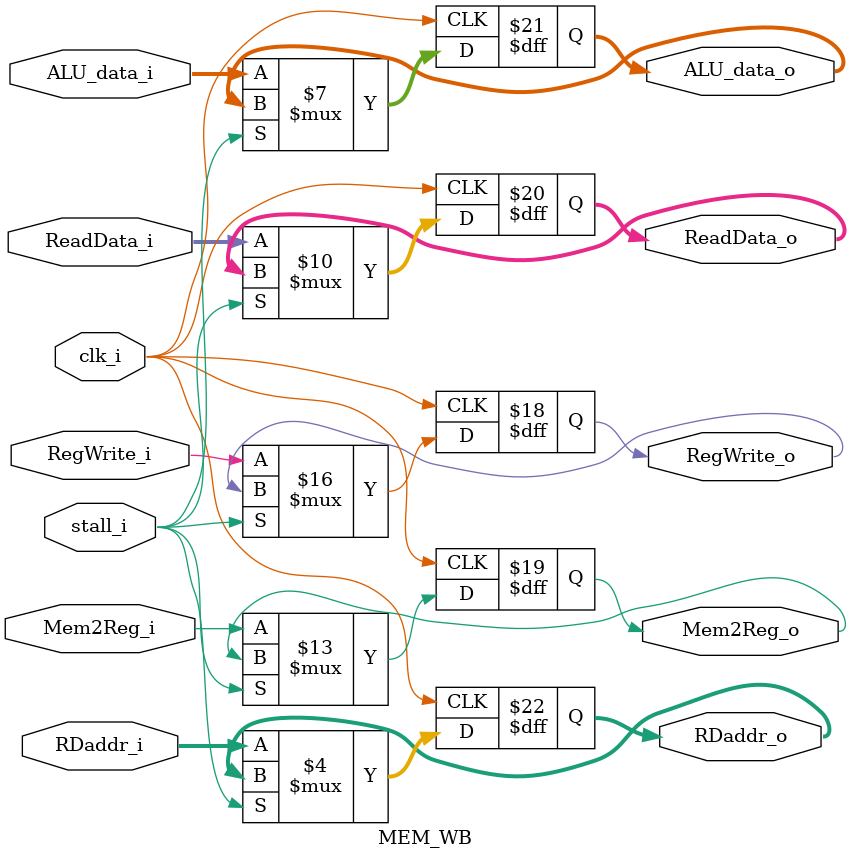
<source format=v>
module MEM_WB(
    clk_i      ,
    RegWrite_i ,
    Mem2Reg_i  ,
    RegWrite_o ,
    Mem2Reg_o  ,

    ReadData_i ,
    ALU_data_i ,
	RDaddr_i   ,
    ReadData_o ,
    ALU_data_o ,
	RDaddr_o   ,

	stall_i    ,
);

input clk_i;
input RegWrite_i, Mem2Reg_i, stall_i;
output reg RegWrite_o, Mem2Reg_o;

input [31:0] ReadData_i, ALU_data_i;
output reg [31:0] ReadData_o, ALU_data_o;
input       [4:0]     RDaddr_i;
output reg  [4:0]     RDaddr_o;

always @(posedge clk_i) begin
	if (stall_i == 1'b1) begin
    	RegWrite_o <= RegWrite_o; 
    	Mem2Reg_o <= Mem2Reg_o;
    	ReadData_o <= ReadData_o;
    	ALU_data_o <= ALU_data_o;
		RDaddr_o <= RDaddr_o;
	end
	else begin
    	RegWrite_o <= RegWrite_i; 
    	Mem2Reg_o <= Mem2Reg_i;
    	ReadData_o <= ReadData_i;
    	ALU_data_o <= ALU_data_i;
		RDaddr_o <= RDaddr_i;
	end
end
endmodule

</source>
